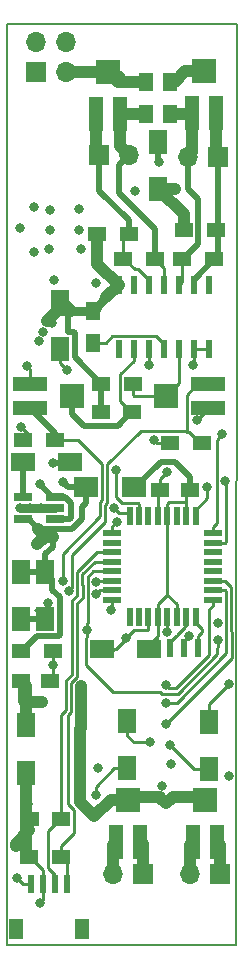
<source format=gbr>
G04 #@! TF.GenerationSoftware,KiCad,Pcbnew,5.0.2-bee76a0~70~ubuntu18.04.1*
G04 #@! TF.CreationDate,2019-12-03T11:06:18+01:00*
G04 #@! TF.ProjectId,instrumnet,696e7374-7275-46d6-9e65-742e6b696361,rev?*
G04 #@! TF.SameCoordinates,Original*
G04 #@! TF.FileFunction,Copper,L1,Top*
G04 #@! TF.FilePolarity,Positive*
%FSLAX46Y46*%
G04 Gerber Fmt 4.6, Leading zero omitted, Abs format (unit mm)*
G04 Created by KiCad (PCBNEW 5.0.2-bee76a0~70~ubuntu18.04.1) date Tue 03 Dec 2019 11:06:18 AM CET*
%MOMM*%
%LPD*%
G01*
G04 APERTURE LIST*
G04 #@! TA.AperFunction,NonConductor*
%ADD10C,0.150000*%
G04 #@! TD*
G04 #@! TA.AperFunction,SMDPad,CuDef*
%ADD11R,1.500000X1.250000*%
G04 #@! TD*
G04 #@! TA.AperFunction,SMDPad,CuDef*
%ADD12R,1.600000X2.000000*%
G04 #@! TD*
G04 #@! TA.AperFunction,SMDPad,CuDef*
%ADD13R,2.000000X1.600000*%
G04 #@! TD*
G04 #@! TA.AperFunction,SMDPad,CuDef*
%ADD14R,1.500000X1.300000*%
G04 #@! TD*
G04 #@! TA.AperFunction,SMDPad,CuDef*
%ADD15R,1.300000X1.500000*%
G04 #@! TD*
G04 #@! TA.AperFunction,SMDPad,CuDef*
%ADD16R,2.000000X2.000000*%
G04 #@! TD*
G04 #@! TA.AperFunction,SMDPad,CuDef*
%ADD17R,1.200000X3.000000*%
G04 #@! TD*
G04 #@! TA.AperFunction,ComponentPad*
%ADD18R,1.700000X1.700000*%
G04 #@! TD*
G04 #@! TA.AperFunction,ComponentPad*
%ADD19O,1.700000X1.700000*%
G04 #@! TD*
G04 #@! TA.AperFunction,SMDPad,CuDef*
%ADD20R,2.000000X1.700000*%
G04 #@! TD*
G04 #@! TA.AperFunction,SMDPad,CuDef*
%ADD21R,0.500000X1.500000*%
G04 #@! TD*
G04 #@! TA.AperFunction,SMDPad,CuDef*
%ADD22R,0.600000X1.550000*%
G04 #@! TD*
G04 #@! TA.AperFunction,SMDPad,CuDef*
%ADD23R,1.200000X1.800000*%
G04 #@! TD*
G04 #@! TA.AperFunction,SMDPad,CuDef*
%ADD24R,1.600000X0.550000*%
G04 #@! TD*
G04 #@! TA.AperFunction,SMDPad,CuDef*
%ADD25R,0.550000X1.600000*%
G04 #@! TD*
G04 #@! TA.AperFunction,SMDPad,CuDef*
%ADD26R,1.560000X0.650000*%
G04 #@! TD*
G04 #@! TA.AperFunction,SMDPad,CuDef*
%ADD27R,3.000000X1.200000*%
G04 #@! TD*
G04 #@! TA.AperFunction,SMDPad,CuDef*
%ADD28R,0.600000X1.500000*%
G04 #@! TD*
G04 #@! TA.AperFunction,ViaPad*
%ADD29C,0.800000*%
G04 #@! TD*
G04 #@! TA.AperFunction,Conductor*
%ADD30C,0.250000*%
G04 #@! TD*
G04 #@! TA.AperFunction,Conductor*
%ADD31C,1.000000*%
G04 #@! TD*
G04 #@! TA.AperFunction,Conductor*
%ADD32C,0.500000*%
G04 #@! TD*
G04 #@! TA.AperFunction,Conductor*
%ADD33C,0.750000*%
G04 #@! TD*
G04 APERTURE END LIST*
D10*
X125000000Y-64000000D02*
X144500000Y-64000000D01*
X125000000Y-142000000D02*
X125000000Y-64000000D01*
X144400000Y-142000000D02*
X125000000Y-142000000D01*
X144500000Y-64000000D02*
X144400000Y-142000000D01*
D11*
G04 #@! TO.P,C13,2*
G04 #@! TO.N,GND*
X138000000Y-103500000D03*
G04 #@! TO.P,C13,1*
G04 #@! TO.N,Net-(C13-Pad1)*
X140500000Y-103500000D03*
G04 #@! TD*
D12*
G04 #@! TO.P,C12,1*
G04 #@! TO.N,+3V3*
X126600000Y-127400000D03*
G04 #@! TO.P,C12,2*
G04 #@! TO.N,GND*
X126600000Y-123400000D03*
G04 #@! TD*
D13*
G04 #@! TO.P,C14,2*
G04 #@! TO.N,GND*
X133040000Y-116930000D03*
G04 #@! TO.P,C14,1*
G04 #@! TO.N,Net-(C13-Pad1)*
X137040000Y-116930000D03*
G04 #@! TD*
D12*
G04 #@! TO.P,C7,1*
G04 #@! TO.N,+3V3*
X126190000Y-110400000D03*
G04 #@! TO.P,C7,2*
G04 #@! TO.N,GND*
X126190000Y-114400000D03*
G04 #@! TD*
G04 #@! TO.P,C10,2*
G04 #@! TO.N,GND*
X129500000Y-91540000D03*
G04 #@! TO.P,C10,1*
G04 #@! TO.N,+5V*
X129500000Y-87540000D03*
G04 #@! TD*
G04 #@! TO.P,C9,1*
G04 #@! TO.N,+5V*
X137830000Y-77970000D03*
G04 #@! TO.P,C9,2*
G04 #@! TO.N,GND*
X137830000Y-73970000D03*
G04 #@! TD*
G04 #@! TO.P,C6,1*
G04 #@! TO.N,+3V3*
X128250000Y-110420000D03*
G04 #@! TO.P,C6,2*
G04 #@! TO.N,GND*
X128250000Y-114420000D03*
G04 #@! TD*
D13*
G04 #@! TO.P,C5,2*
G04 #@! TO.N,GND*
X130380000Y-101110000D03*
G04 #@! TO.P,C5,1*
G04 #@! TO.N,Net-(C5-Pad1)*
X126380000Y-101110000D03*
G04 #@! TD*
D12*
G04 #@! TO.P,C4,1*
G04 #@! TO.N,Net-(C4-Pad1)*
X142090000Y-127110000D03*
G04 #@! TO.P,C4,2*
G04 #@! TO.N,Net-(C4-Pad2)*
X142090000Y-123110000D03*
G04 #@! TD*
G04 #@! TO.P,C3,2*
G04 #@! TO.N,Net-(C3-Pad2)*
X135210000Y-123020000D03*
G04 #@! TO.P,C3,1*
G04 #@! TO.N,Net-(C3-Pad1)*
X135210000Y-127020000D03*
G04 #@! TD*
D11*
G04 #@! TO.P,C15,2*
G04 #@! TO.N,GND*
X126180000Y-119610000D03*
G04 #@! TO.P,C15,1*
G04 #@! TO.N,reset*
X128680000Y-119610000D03*
G04 #@! TD*
D14*
G04 #@! TO.P,Ri2cSDA1,2*
G04 #@! TO.N,sda*
X129640000Y-131350000D03*
G04 #@! TO.P,Ri2cSDA1,1*
G04 #@! TO.N,+3V3*
X126940000Y-131350000D03*
G04 #@! TD*
G04 #@! TO.P,Ri2cSCL1,2*
G04 #@! TO.N,scl*
X129600000Y-134550000D03*
G04 #@! TO.P,Ri2cSCL1,1*
G04 #@! TO.N,+3V3*
X126900000Y-134550000D03*
G04 #@! TD*
G04 #@! TO.P,R14,2*
G04 #@! TO.N,reset*
X128930000Y-117110000D03*
G04 #@! TO.P,R14,1*
G04 #@! TO.N,+3V3*
X126230000Y-117110000D03*
G04 #@! TD*
G04 #@! TO.P,R1,2*
G04 #@! TO.N,txd_3v3*
X141500000Y-99500000D03*
G04 #@! TO.P,R1,1*
G04 #@! TO.N,+3V3*
X138800000Y-99500000D03*
G04 #@! TD*
G04 #@! TO.P,R2,2*
G04 #@! TO.N,rxd_3v3*
X129110000Y-99210000D03*
G04 #@! TO.P,R2,1*
G04 #@! TO.N,+3V3*
X126410000Y-99210000D03*
G04 #@! TD*
G04 #@! TO.P,R3,2*
G04 #@! TO.N,txd*
X135700000Y-94500000D03*
G04 #@! TO.P,R3,1*
G04 #@! TO.N,+5V*
X133000000Y-94500000D03*
G04 #@! TD*
G04 #@! TO.P,R4,2*
G04 #@! TO.N,rxd*
X135650000Y-96900000D03*
G04 #@! TO.P,R4,1*
G04 #@! TO.N,+5V*
X132950000Y-96900000D03*
G04 #@! TD*
G04 #@! TO.P,R6,2*
G04 #@! TO.N,/in+*
X134850000Y-83900000D03*
G04 #@! TO.P,R6,1*
G04 #@! TO.N,/in-*
X137550000Y-83900000D03*
G04 #@! TD*
G04 #@! TO.P,R7,2*
G04 #@! TO.N,/out+*
X142550000Y-83900000D03*
G04 #@! TO.P,R7,1*
G04 #@! TO.N,/out-*
X139850000Y-83900000D03*
G04 #@! TD*
D15*
G04 #@! TO.P,R5,2*
G04 #@! TO.N,Net-(R5-Pad2)*
X132330000Y-90990000D03*
G04 #@! TO.P,R5,1*
G04 #@! TO.N,+5V*
X132330000Y-88290000D03*
G04 #@! TD*
G04 #@! TO.P,R9,2*
G04 #@! TO.N,GND*
X136810000Y-68910000D03*
G04 #@! TO.P,R9,1*
G04 #@! TO.N,/in-*
X136810000Y-71610000D03*
G04 #@! TD*
D14*
G04 #@! TO.P,R10,2*
G04 #@! TO.N,/out+*
X142690000Y-81490000D03*
G04 #@! TO.P,R10,1*
G04 #@! TO.N,+5V*
X139990000Y-81490000D03*
G04 #@! TD*
D15*
G04 #@! TO.P,R11,2*
G04 #@! TO.N,GND*
X138840000Y-68910000D03*
G04 #@! TO.P,R11,1*
G04 #@! TO.N,/out-*
X138840000Y-71610000D03*
G04 #@! TD*
D14*
G04 #@! TO.P,R8,2*
G04 #@! TO.N,/in+*
X135330000Y-81780000D03*
G04 #@! TO.P,R8,1*
G04 #@! TO.N,+5V*
X132630000Y-81780000D03*
G04 #@! TD*
D16*
G04 #@! TO.P,D1,3*
G04 #@! TO.N,GND*
X135280000Y-129690000D03*
D17*
G04 #@! TO.P,D1,2*
G04 #@! TO.N,Net-(D1-Pad2)*
X136280000Y-133240000D03*
G04 #@! TO.P,D1,1*
G04 #@! TO.N,Net-(D1-Pad1)*
X134280000Y-133240000D03*
G04 #@! TD*
G04 #@! TO.P,D2,1*
G04 #@! TO.N,Net-(D2-Pad1)*
X140780000Y-133240000D03*
G04 #@! TO.P,D2,2*
G04 #@! TO.N,Net-(D2-Pad2)*
X142780000Y-133240000D03*
D16*
G04 #@! TO.P,D2,3*
G04 #@! TO.N,GND*
X141780000Y-129690000D03*
G04 #@! TD*
D18*
G04 #@! TO.P,458_IN1,1*
G04 #@! TO.N,/in+*
X132810000Y-75110000D03*
D19*
G04 #@! TO.P,458_IN1,2*
G04 #@! TO.N,/in-*
X135350000Y-75110000D03*
G04 #@! TD*
G04 #@! TO.P,485_OUT1,2*
G04 #@! TO.N,/out-*
X140380000Y-75240000D03*
D18*
G04 #@! TO.P,485_OUT1,1*
G04 #@! TO.N,/out+*
X142920000Y-75240000D03*
G04 #@! TD*
D19*
G04 #@! TO.P,J1,4*
G04 #@! TO.N,GND*
X130000000Y-65540000D03*
G04 #@! TO.P,J1,3*
X130000000Y-68080000D03*
G04 #@! TO.P,J1,2*
G04 #@! TO.N,Net-(D7-Pad1)*
X127460000Y-65540000D03*
D18*
G04 #@! TO.P,J1,1*
X127460000Y-68080000D03*
G04 #@! TD*
D20*
G04 #@! TO.P,L6,1*
G04 #@! TO.N,+3V3*
X131750000Y-103250000D03*
G04 #@! TO.P,L6,2*
G04 #@! TO.N,Net-(C13-Pad1)*
X135750000Y-103250000D03*
G04 #@! TD*
D21*
G04 #@! TO.P,Y1,3*
G04 #@! TO.N,Net-(U5-Pad7)*
X138800000Y-116827138D03*
G04 #@! TO.P,Y1,1*
G04 #@! TO.N,Net-(U5-Pad8)*
X141200000Y-116827138D03*
G04 #@! TO.P,Y1,2*
G04 #@! TO.N,GND*
X140000000Y-116827138D03*
G04 #@! TD*
D18*
G04 #@! TO.P,J3,1*
G04 #@! TO.N,Net-(D2-Pad2)*
X143040000Y-136000000D03*
D19*
G04 #@! TO.P,J3,2*
G04 #@! TO.N,Net-(D2-Pad1)*
X140500000Y-136000000D03*
G04 #@! TD*
G04 #@! TO.P,J2,2*
G04 #@! TO.N,Net-(D1-Pad1)*
X133960000Y-136000000D03*
D18*
G04 #@! TO.P,J2,1*
G04 #@! TO.N,Net-(D1-Pad2)*
X136500000Y-136000000D03*
G04 #@! TD*
D22*
G04 #@! TO.P,J7,1*
G04 #@! TO.N,GND*
X127100000Y-136800000D03*
G04 #@! TO.P,J7,2*
G04 #@! TO.N,+3V3*
X128100000Y-136800000D03*
G04 #@! TO.P,J7,3*
G04 #@! TO.N,sda*
X129100000Y-136800000D03*
G04 #@! TO.P,J7,4*
G04 #@! TO.N,scl*
X130100000Y-136800000D03*
D23*
G04 #@! TO.P,J7,MP*
G04 #@! TO.N,N/C*
X125800000Y-140675000D03*
X131400000Y-140675000D03*
G04 #@! TD*
D24*
G04 #@! TO.P,U5,32*
G04 #@! TO.N,led*
X133950000Y-112750000D03*
G04 #@! TO.P,U5,31*
G04 #@! TO.N,txd_3v3*
X133950000Y-111950000D03*
G04 #@! TO.P,U5,30*
G04 #@! TO.N,rxd_3v3*
X133950000Y-111150000D03*
G04 #@! TO.P,U5,29*
G04 #@! TO.N,reset*
X133950000Y-110350000D03*
G04 #@! TO.P,U5,28*
G04 #@! TO.N,scl*
X133950000Y-109550000D03*
G04 #@! TO.P,U5,27*
G04 #@! TO.N,sda*
X133950000Y-108750000D03*
G04 #@! TO.P,U5,26*
G04 #@! TO.N,Net-(U5-Pad26)*
X133950000Y-107950000D03*
G04 #@! TO.P,U5,25*
G04 #@! TO.N,Net-(TP4-Pad1)*
X133950000Y-107150000D03*
D25*
G04 #@! TO.P,U5,24*
G04 #@! TO.N,Net-(TP3-Pad1)*
X135400000Y-105700000D03*
G04 #@! TO.P,U5,23*
G04 #@! TO.N,Net-(TP2-Pad1)*
X136200000Y-105700000D03*
G04 #@! TO.P,U5,22*
G04 #@! TO.N,Net-(U5-Pad22)*
X137000000Y-105700000D03*
G04 #@! TO.P,U5,21*
G04 #@! TO.N,GND*
X137800000Y-105700000D03*
G04 #@! TO.P,U5,20*
G04 #@! TO.N,Net-(C13-Pad1)*
X138600000Y-105700000D03*
G04 #@! TO.P,U5,19*
G04 #@! TO.N,Net-(U5-Pad19)*
X139400000Y-105700000D03*
G04 #@! TO.P,U5,18*
G04 #@! TO.N,Net-(C13-Pad1)*
X140200000Y-105700000D03*
G04 #@! TO.P,U5,17*
G04 #@! TO.N,sck*
X141000000Y-105700000D03*
D24*
G04 #@! TO.P,U5,16*
G04 #@! TO.N,miso*
X142450000Y-107150000D03*
G04 #@! TO.P,U5,15*
G04 #@! TO.N,mosi*
X142450000Y-107950000D03*
G04 #@! TO.P,U5,14*
G04 #@! TO.N,Net-(U5-Pad14)*
X142450000Y-108750000D03*
G04 #@! TO.P,U5,13*
G04 #@! TO.N,Net-(U5-Pad13)*
X142450000Y-109550000D03*
G04 #@! TO.P,U5,12*
G04 #@! TO.N,Net-(U5-Pad12)*
X142450000Y-110350000D03*
G04 #@! TO.P,U5,11*
G04 #@! TO.N,cs_1*
X142450000Y-111150000D03*
G04 #@! TO.P,U5,10*
G04 #@! TO.N,cs_0*
X142450000Y-111950000D03*
G04 #@! TO.P,U5,9*
G04 #@! TO.N,do*
X142450000Y-112750000D03*
D25*
G04 #@! TO.P,U5,8*
G04 #@! TO.N,Net-(U5-Pad8)*
X141000000Y-114200000D03*
G04 #@! TO.P,U5,7*
G04 #@! TO.N,Net-(U5-Pad7)*
X140200000Y-114200000D03*
G04 #@! TO.P,U5,6*
G04 #@! TO.N,Net-(C13-Pad1)*
X139400000Y-114200000D03*
G04 #@! TO.P,U5,5*
G04 #@! TO.N,GND*
X138600000Y-114200000D03*
G04 #@! TO.P,U5,4*
G04 #@! TO.N,Net-(C13-Pad1)*
X137800000Y-114200000D03*
G04 #@! TO.P,U5,3*
G04 #@! TO.N,GND*
X137000000Y-114200000D03*
G04 #@! TO.P,U5,2*
G04 #@! TO.N,Net-(U5-Pad2)*
X136200000Y-114200000D03*
G04 #@! TO.P,U5,1*
G04 #@! TO.N,Net-(U5-Pad1)*
X135400000Y-114200000D03*
G04 #@! TD*
D26*
G04 #@! TO.P,U1,1*
G04 #@! TO.N,+5V*
X129100000Y-105950000D03*
G04 #@! TO.P,U1,2*
G04 #@! TO.N,GND*
X129100000Y-105000000D03*
G04 #@! TO.P,U1,3*
G04 #@! TO.N,+5V*
X129100000Y-104050000D03*
G04 #@! TO.P,U1,4*
G04 #@! TO.N,Net-(C5-Pad1)*
X126400000Y-104050000D03*
G04 #@! TO.P,U1,5*
G04 #@! TO.N,+3V3*
X126400000Y-105950000D03*
G04 #@! TD*
D16*
G04 #@! TO.P,Q2,3*
G04 #@! TO.N,rxd*
X130500000Y-95500000D03*
D27*
G04 #@! TO.P,Q2,2*
G04 #@! TO.N,rxd_3v3*
X126950000Y-96500000D03*
G04 #@! TO.P,Q2,1*
G04 #@! TO.N,+3V3*
X126950000Y-94500000D03*
G04 #@! TD*
G04 #@! TO.P,Q1,1*
G04 #@! TO.N,+3V3*
X142050000Y-96500000D03*
G04 #@! TO.P,Q1,2*
G04 #@! TO.N,txd_3v3*
X142050000Y-94500000D03*
D16*
G04 #@! TO.P,Q1,3*
G04 #@! TO.N,txd*
X138500000Y-95500000D03*
G04 #@! TD*
D28*
G04 #@! TO.P,U4,14*
G04 #@! TO.N,+5V*
X134480000Y-86150000D03*
G04 #@! TO.P,U4,13*
G04 #@! TO.N,Net-(U4-Pad13)*
X135750000Y-86150000D03*
G04 #@! TO.P,U4,12*
G04 #@! TO.N,/in+*
X137020000Y-86150000D03*
G04 #@! TO.P,U4,11*
G04 #@! TO.N,/in-*
X138290000Y-86150000D03*
G04 #@! TO.P,U4,10*
G04 #@! TO.N,/out-*
X139560000Y-86150000D03*
G04 #@! TO.P,U4,9*
G04 #@! TO.N,/out+*
X140830000Y-86150000D03*
G04 #@! TO.P,U4,8*
G04 #@! TO.N,N/C*
X142100000Y-86150000D03*
G04 #@! TO.P,U4,7*
G04 #@! TO.N,GND*
X142100000Y-91550000D03*
G04 #@! TO.P,U4,6*
X140830000Y-91550000D03*
G04 #@! TO.P,U4,5*
G04 #@! TO.N,txd*
X139560000Y-91550000D03*
G04 #@! TO.P,U4,4*
G04 #@! TO.N,Net-(R5-Pad2)*
X138290000Y-91550000D03*
G04 #@! TO.P,U4,3*
G04 #@! TO.N,GND*
X137020000Y-91550000D03*
G04 #@! TO.P,U4,2*
G04 #@! TO.N,rxd*
X135750000Y-91550000D03*
G04 #@! TO.P,U4,1*
G04 #@! TO.N,Net-(U4-Pad1)*
X134480000Y-91550000D03*
G04 #@! TD*
D16*
G04 #@! TO.P,D6,3*
G04 #@! TO.N,GND*
X133560000Y-68060000D03*
D17*
G04 #@! TO.P,D6,2*
G04 #@! TO.N,/in-*
X134560000Y-71610000D03*
G04 #@! TO.P,D6,1*
G04 #@! TO.N,/in+*
X132560000Y-71610000D03*
G04 #@! TD*
G04 #@! TO.P,D8,1*
G04 #@! TO.N,/out-*
X140730000Y-71580000D03*
G04 #@! TO.P,D8,2*
G04 #@! TO.N,/out+*
X142730000Y-71580000D03*
D16*
G04 #@! TO.P,D8,3*
G04 #@! TO.N,GND*
X141730000Y-68030000D03*
G04 #@! TD*
D29*
G04 #@! TO.N,GND*
X138589855Y-101975010D03*
X125850000Y-136300000D03*
X142859849Y-114710000D03*
X135115000Y-116010000D03*
X137090000Y-92920000D03*
X140780000Y-92870000D03*
X135420000Y-68910000D03*
X140090000Y-68030000D03*
X138110000Y-128550000D03*
X138500009Y-130000008D03*
X138610000Y-115477136D03*
X131100000Y-81500000D03*
X128630000Y-81500000D03*
X128572875Y-83077214D03*
X128700010Y-79759758D03*
X127350000Y-79544998D03*
X127300000Y-83295002D03*
X131270000Y-83030000D03*
X131141408Y-79717897D03*
X126090000Y-105000000D03*
X126990000Y-105010000D03*
X127900000Y-105000000D03*
X126087050Y-81266858D03*
X143825000Y-127649998D03*
X128495403Y-113036994D03*
X135890000Y-78150000D03*
X137920000Y-75680000D03*
X140417390Y-115800860D03*
X128016000Y-121412000D03*
X128900010Y-101200000D03*
X129000000Y-85700000D03*
X130100000Y-93300000D03*
X131300000Y-123600000D03*
X132430000Y-131080000D03*
X131310000Y-120110000D03*
G04 #@! TO.N,+3V3*
X141120000Y-97570000D03*
X137430000Y-99200000D03*
X138950000Y-126660000D03*
X126180000Y-98120000D03*
X132700000Y-127050000D03*
X128900000Y-107420000D03*
X129730000Y-102800000D03*
X127862000Y-138412000D03*
X126840000Y-130060000D03*
X125775000Y-133586000D03*
X126699990Y-92964999D03*
X127680000Y-106775000D03*
X127560000Y-108080000D03*
G04 #@! TO.N,+5V*
X139280000Y-77960000D03*
X133450000Y-87170000D03*
X132570000Y-85950000D03*
X128800000Y-89300000D03*
X132630000Y-84300000D03*
X127800000Y-103000000D03*
X127700000Y-90900000D03*
X128100000Y-90100000D03*
G04 #@! TO.N,Net-(C4-Pad2)*
X143823515Y-119869562D03*
G04 #@! TO.N,Net-(C4-Pad1)*
X138800000Y-125080000D03*
G04 #@! TO.N,Net-(C3-Pad2)*
X137140002Y-124850000D03*
G04 #@! TO.N,Net-(C3-Pad1)*
X132545010Y-129290000D03*
G04 #@! TO.N,rxd_3v3*
X129725447Y-111188387D03*
X132589221Y-111248571D03*
G04 #@! TO.N,txd_3v3*
X130243232Y-112045842D03*
X132593265Y-112250000D03*
G04 #@! TO.N,do*
X138500000Y-120000000D03*
G04 #@! TO.N,cs_1*
X138500000Y-123250000D03*
G04 #@! TO.N,cs_0*
X138500000Y-121500000D03*
G04 #@! TO.N,sck*
X142000000Y-103250000D03*
G04 #@! TO.N,miso*
X143250000Y-98750000D03*
G04 #@! TO.N,mosi*
X143500000Y-102750000D03*
G04 #@! TO.N,reset*
X131820000Y-115320000D03*
X142864135Y-116210245D03*
X128890000Y-118250000D03*
G04 #@! TO.N,Net-(TP4-Pad1)*
X134348801Y-106158752D03*
G04 #@! TO.N,Net-(TP3-Pad1)*
X134077813Y-105021443D03*
G04 #@! TO.N,Net-(TP2-Pad1)*
X134250022Y-101739827D03*
G04 #@! TO.N,led*
X133840000Y-113620000D03*
G04 #@! TD*
D30*
G04 #@! TO.N,GND*
X137800000Y-103700000D02*
X138000000Y-103500000D01*
X137800000Y-105700000D02*
X137800000Y-103700000D01*
X138000000Y-103500000D02*
X138000000Y-102564865D01*
X138189856Y-102375009D02*
X138589855Y-101975010D01*
X138000000Y-102564865D02*
X138189856Y-102375009D01*
X136924999Y-115325001D02*
X137000000Y-115250000D01*
X135799999Y-115325001D02*
X136924999Y-115325001D01*
X137000000Y-115250000D02*
X137000000Y-114200000D01*
X127100000Y-136800000D02*
X126350000Y-136800000D01*
X126350000Y-136800000D02*
X125850000Y-136300000D01*
X128440000Y-113650000D02*
X127360000Y-113650000D01*
X134000000Y-117000000D02*
X134125000Y-117000000D01*
X135115000Y-116010000D02*
X135799999Y-115325001D01*
X142100000Y-91550000D02*
X140830000Y-91550000D01*
X137020000Y-91550000D02*
X137020000Y-92850000D01*
X137020000Y-92850000D02*
X137090000Y-92920000D01*
X140830000Y-91550000D02*
X140830000Y-92820000D01*
X140830000Y-92820000D02*
X140780000Y-92870000D01*
X138360000Y-68910000D02*
X138840000Y-68910000D01*
X136810000Y-68910000D02*
X136810000Y-69010000D01*
X136810000Y-68910000D02*
X135420000Y-68910000D01*
X135420000Y-68910000D02*
X134410000Y-68910000D01*
D31*
X139050017Y-129450000D02*
X138900008Y-129600009D01*
X137950001Y-129450000D02*
X138100010Y-129600009D01*
X141750000Y-129450000D02*
X139050017Y-129450000D01*
X138100010Y-129600009D02*
X138500009Y-130000008D01*
X138900008Y-129600009D02*
X138500009Y-130000008D01*
X135250000Y-129450000D02*
X137950001Y-129450000D01*
D30*
X138600000Y-114200000D02*
X138600000Y-115467136D01*
X138600000Y-115467136D02*
X138610000Y-115477136D01*
D32*
X131100000Y-79759305D02*
X131141408Y-79717897D01*
X129100000Y-105000000D02*
X127900000Y-105000000D01*
D33*
X129100000Y-105000000D02*
X126090000Y-105000000D01*
D30*
X126190000Y-113775000D02*
X126190000Y-113650000D01*
X134290000Y-116930000D02*
X135115000Y-116105000D01*
X135115000Y-116105000D02*
X135115000Y-116010000D01*
X133040000Y-116930000D02*
X134290000Y-116930000D01*
D32*
X128230000Y-114400000D02*
X128250000Y-114420000D01*
X126190000Y-114400000D02*
X128230000Y-114400000D01*
X128495403Y-114174597D02*
X128495403Y-113602679D01*
X128250000Y-114420000D02*
X128495403Y-114174597D01*
X128495403Y-113602679D02*
X128495403Y-113036994D01*
X126180000Y-121430000D02*
X126390000Y-121640000D01*
X126180000Y-119610000D02*
X126180000Y-121430000D01*
X137830000Y-73970000D02*
X137830000Y-75590000D01*
X137830000Y-75590000D02*
X137920000Y-75680000D01*
D31*
X130020000Y-68060000D02*
X130000000Y-68080000D01*
X133560000Y-68060000D02*
X130020000Y-68060000D01*
X134010000Y-68060000D02*
X134570000Y-68620000D01*
X133560000Y-68060000D02*
X134010000Y-68060000D01*
X134410000Y-68910000D02*
X133560000Y-68060000D01*
X136810000Y-68910000D02*
X134410000Y-68910000D01*
X139210000Y-68910000D02*
X140090000Y-68030000D01*
X138840000Y-68910000D02*
X139210000Y-68910000D01*
X140090000Y-68030000D02*
X141730000Y-68030000D01*
D30*
X140000000Y-116218250D02*
X140417390Y-115800860D01*
X140000000Y-116827138D02*
X140000000Y-116218250D01*
X126390000Y-121640000D02*
X127788000Y-121640000D01*
X127788000Y-121640000D02*
X128016000Y-121412000D01*
D32*
X130290000Y-101200000D02*
X129465695Y-101200000D01*
X130380000Y-101110000D02*
X130290000Y-101200000D01*
D30*
X129500000Y-90790000D02*
X129500000Y-90895695D01*
X129401492Y-90994203D02*
X128950571Y-90994203D01*
D32*
X129465695Y-101200000D02*
X128900010Y-101200000D01*
D30*
X129500000Y-90895695D02*
X129401492Y-90994203D01*
X129500000Y-91540000D02*
X129500000Y-92700000D01*
X129500000Y-92700000D02*
X130100000Y-93300000D01*
D31*
X126600000Y-120030000D02*
X126180000Y-119610000D01*
X126698000Y-121412000D02*
X128016000Y-121412000D01*
X126600000Y-121510000D02*
X126698000Y-121412000D01*
X126600000Y-123400000D02*
X126600000Y-121510000D01*
X126600000Y-121510000D02*
X126600000Y-120030000D01*
D32*
X133780000Y-129690000D02*
X132730000Y-130740000D01*
X135280000Y-129690000D02*
X133780000Y-129690000D01*
X132730000Y-130740000D02*
X132080000Y-130740000D01*
X132080000Y-130740000D02*
X131230000Y-129890000D01*
D31*
X131230000Y-129890000D02*
X131230000Y-128030000D01*
X131230000Y-128030000D02*
X131230000Y-123670000D01*
X131230000Y-123670000D02*
X131300000Y-123600000D01*
X133820000Y-129690000D02*
X132430000Y-131080000D01*
X135280000Y-129690000D02*
X133820000Y-129690000D01*
X131240000Y-129890000D02*
X132430000Y-131080000D01*
X131230000Y-129890000D02*
X131240000Y-129890000D01*
X131300000Y-120120000D02*
X131310000Y-120110000D01*
X131300000Y-123600000D02*
X131300000Y-120120000D01*
D30*
G04 #@! TO.N,+3V3*
X127000000Y-134550000D02*
X126900000Y-134550000D01*
X128100000Y-135650000D02*
X127000000Y-134550000D01*
X128100000Y-136800000D02*
X128100000Y-135650000D01*
X126850000Y-132250000D02*
X126900000Y-132300000D01*
X142050000Y-96500000D02*
X142050000Y-96640000D01*
X142050000Y-96640000D02*
X141120000Y-97570000D01*
X137730000Y-99500000D02*
X137430000Y-99200000D01*
X138800000Y-99500000D02*
X137730000Y-99500000D01*
X126850000Y-130050000D02*
X126850000Y-131180000D01*
X126850000Y-131180000D02*
X126850000Y-132250000D01*
X126800000Y-99500000D02*
X126800000Y-98740000D01*
X126800000Y-98740000D02*
X126180000Y-98120000D01*
D32*
X131750000Y-104600000D02*
X131400000Y-104950000D01*
X131750000Y-103250000D02*
X131750000Y-104600000D01*
X131400000Y-104950000D02*
X131400000Y-105910000D01*
X126855000Y-105950000D02*
X126400000Y-105950000D01*
X127680000Y-106775000D02*
X126855000Y-105950000D01*
X131400000Y-105910000D02*
X130535000Y-106775000D01*
X128250000Y-110420000D02*
X128250000Y-108920000D01*
X128250000Y-108920000D02*
X128900000Y-108270000D01*
X130535000Y-106775000D02*
X128900000Y-106775000D01*
X128900000Y-106775000D02*
X127680000Y-106775000D01*
X128900000Y-108270000D02*
X128900000Y-107420000D01*
X128900000Y-107420000D02*
X128900000Y-106775000D01*
X128230000Y-110400000D02*
X128250000Y-110420000D01*
X126190000Y-110400000D02*
X128230000Y-110400000D01*
X129500001Y-113059999D02*
X129480000Y-113039998D01*
X129500001Y-115780001D02*
X129500001Y-113059999D01*
X129410001Y-115870001D02*
X129500001Y-115780001D01*
X127569999Y-115870001D02*
X129410001Y-115870001D01*
X126230000Y-117110000D02*
X126330000Y-117110000D01*
X126330000Y-117110000D02*
X127569999Y-115870001D01*
X129480000Y-112540612D02*
X128875446Y-111936058D01*
X129480000Y-113039998D02*
X129480000Y-112540612D01*
X128875446Y-111936058D02*
X128875446Y-111045446D01*
X128875446Y-111045446D02*
X128250000Y-110420000D01*
X131750000Y-103250000D02*
X130180000Y-103250000D01*
X130180000Y-103250000D02*
X129730000Y-102800000D01*
D30*
X128100000Y-136800000D02*
X128100000Y-138174000D01*
X128100000Y-138174000D02*
X127862000Y-138412000D01*
X126900000Y-133586000D02*
X125775000Y-133586000D01*
X126900000Y-134550000D02*
X126900000Y-133586000D01*
X126900000Y-133586000D02*
X126900000Y-132300000D01*
X126950000Y-93215009D02*
X126699990Y-92964999D01*
X126950000Y-94500000D02*
X126950000Y-93215009D01*
D31*
X126600000Y-134250000D02*
X126900000Y-134550000D01*
X126600000Y-127400000D02*
X126600000Y-134250000D01*
X125775000Y-133425000D02*
X126900000Y-132300000D01*
X125775000Y-133586000D02*
X125775000Y-133425000D01*
X128900000Y-107420000D02*
X128325000Y-107420000D01*
X128325000Y-107420000D02*
X127680000Y-106775000D01*
X128900000Y-107420000D02*
X128220000Y-107420000D01*
X128220000Y-107420000D02*
X127560000Y-108080000D01*
D30*
G04 #@! TO.N,+5V*
X132330000Y-88290000D02*
X130930000Y-88290000D01*
X130930000Y-88290000D02*
X129500000Y-88290000D01*
D33*
X132330000Y-88290000D02*
X131030000Y-88290000D01*
X131030000Y-88290000D02*
X129500000Y-88290000D01*
X133000000Y-94500000D02*
X133000000Y-94610000D01*
D31*
X137840000Y-77960000D02*
X137830000Y-77970000D01*
X139280000Y-77960000D02*
X137840000Y-77960000D01*
X139990000Y-80130000D02*
X137830000Y-77970000D01*
X139990000Y-81490000D02*
X139990000Y-80130000D01*
X132570000Y-88050000D02*
X132330000Y-88290000D01*
X134470000Y-86150000D02*
X133450000Y-87170000D01*
X134480000Y-86150000D02*
X134470000Y-86150000D01*
D33*
X133450000Y-87170000D02*
X132330000Y-88290000D01*
D31*
X129660000Y-87540000D02*
X130410000Y-88290000D01*
X129500000Y-87540000D02*
X129660000Y-87540000D01*
X129500000Y-87540000D02*
X129500000Y-88090002D01*
X129500000Y-88090002D02*
X128430002Y-89160000D01*
D32*
X129930000Y-104050000D02*
X130440000Y-104560000D01*
X129100000Y-104050000D02*
X129930000Y-104050000D01*
X130440000Y-104560000D02*
X130440000Y-105880036D01*
X130440000Y-105880036D02*
X130370036Y-105950000D01*
X130370036Y-105950000D02*
X129100000Y-105950000D01*
X128645000Y-104050000D02*
X129100000Y-104050000D01*
D31*
X132630000Y-84300000D02*
X134480000Y-86150000D01*
X132630000Y-81780000D02*
X132630000Y-84300000D01*
D32*
X129100000Y-104050000D02*
X128850000Y-104050000D01*
X128850000Y-104050000D02*
X127800000Y-103000000D01*
X130660001Y-90089999D02*
X130750001Y-90179999D01*
X130149999Y-88550001D02*
X130149999Y-90089999D01*
X130149999Y-90089999D02*
X130660001Y-90089999D01*
X130750001Y-90179999D02*
X130750001Y-92250001D01*
X130410000Y-88290000D02*
X130149999Y-88550001D01*
X130750001Y-92250001D02*
X133000000Y-94500000D01*
X133000000Y-96850000D02*
X132950000Y-96900000D01*
X133000000Y-94500000D02*
X133000000Y-96850000D01*
D30*
G04 #@! TO.N,Net-(C4-Pad2)*
X142090000Y-123110000D02*
X142090000Y-121603077D01*
X142090000Y-121603077D02*
X143823515Y-119869562D01*
G04 #@! TO.N,Net-(C4-Pad1)*
X142090000Y-127110000D02*
X140830000Y-127110000D01*
X140830000Y-127110000D02*
X138800000Y-125080000D01*
G04 #@! TO.N,Net-(C3-Pad2)*
X135790000Y-124850000D02*
X136574317Y-124850000D01*
X136574317Y-124850000D02*
X137140002Y-124850000D01*
X135210000Y-124270000D02*
X135790000Y-124850000D01*
X135210000Y-123020000D02*
X135210000Y-124270000D01*
G04 #@! TO.N,Net-(C3-Pad1)*
X132545010Y-128724315D02*
X132545010Y-129290000D01*
X132545010Y-128579990D02*
X132545010Y-128724315D01*
X134125000Y-127000000D02*
X132545010Y-128579990D01*
X134250000Y-127000000D02*
X134125000Y-127000000D01*
X134270000Y-127020000D02*
X134250000Y-127000000D01*
X135210000Y-127020000D02*
X134270000Y-127020000D01*
G04 #@! TO.N,rxd*
X135750000Y-91550000D02*
X135750000Y-92550000D01*
X134624999Y-93675001D02*
X134624999Y-95473171D01*
X135750000Y-92550000D02*
X134624999Y-93675001D01*
D32*
X130500000Y-97000000D02*
X130500000Y-95500000D01*
X131550000Y-98050000D02*
X130500000Y-97000000D01*
X134400000Y-98050000D02*
X131550000Y-98050000D01*
X135550000Y-96900000D02*
X134400000Y-98050000D01*
D30*
X134624999Y-95974999D02*
X134624999Y-95473171D01*
X135550000Y-96900000D02*
X134624999Y-95974999D01*
X135650000Y-96900000D02*
X135550000Y-96900000D01*
G04 #@! TO.N,txd*
X135700000Y-95400000D02*
X135700000Y-94500000D01*
X135800000Y-95500000D02*
X135700000Y-95400000D01*
X138500000Y-95500000D02*
X135800000Y-95500000D01*
X139560000Y-94440000D02*
X138500000Y-95500000D01*
X139560000Y-91550000D02*
X139560000Y-94440000D01*
G04 #@! TO.N,rxd_3v3*
X129500000Y-99500000D02*
X129600000Y-99500000D01*
X132687792Y-111150000D02*
X132589221Y-111248571D01*
X133950000Y-111150000D02*
X132687792Y-111150000D01*
X130110000Y-99210000D02*
X129110000Y-99210000D01*
X133075001Y-101275001D02*
X131010000Y-99210000D01*
X133075001Y-104314840D02*
X133075001Y-101275001D01*
X131010000Y-99210000D02*
X130110000Y-99210000D01*
X132902800Y-104487041D02*
X133075001Y-104314840D01*
X129725447Y-108888142D02*
X132902800Y-105710789D01*
X129725447Y-111188387D02*
X129725447Y-108888142D01*
X132902800Y-105710789D02*
X132902800Y-104487041D01*
D32*
X129110000Y-98660000D02*
X126950000Y-96500000D01*
X129110000Y-99210000D02*
X129110000Y-98660000D01*
D30*
G04 #@! TO.N,txd_3v3*
X141500000Y-99500000D02*
X141400000Y-99500000D01*
X141400000Y-99500000D02*
X140424999Y-98524999D01*
X140224999Y-95425001D02*
X140224999Y-98499998D01*
X140224999Y-98499998D02*
X140250000Y-98524999D01*
X142050000Y-94500000D02*
X141150000Y-94500000D01*
X140424999Y-98524999D02*
X140250000Y-98524999D01*
X141150000Y-94500000D02*
X140224999Y-95425001D01*
X133950000Y-111950000D02*
X132893265Y-111950000D01*
X132893265Y-111950000D02*
X132593265Y-112250000D01*
X133352811Y-106147189D02*
X130500000Y-109000000D01*
X133352811Y-104718602D02*
X133352811Y-106147189D01*
X140250000Y-98524999D02*
X140199999Y-98474998D01*
X130500000Y-109000000D02*
X130500000Y-111789074D01*
X133525012Y-101291984D02*
X133525012Y-104546401D01*
X130500000Y-111789074D02*
X130243232Y-112045842D01*
X133525012Y-104546401D02*
X133352811Y-104718602D01*
X140199999Y-98474998D02*
X136341998Y-98474998D01*
X136341998Y-98474998D02*
X133525012Y-101291984D01*
G04 #@! TO.N,Net-(R5-Pad2)*
X138290000Y-91100000D02*
X138290000Y-91550000D01*
X133404998Y-90990000D02*
X133919999Y-90474999D01*
X133919999Y-90474999D02*
X137664999Y-90474999D01*
X137664999Y-90474999D02*
X138290000Y-91100000D01*
X132330000Y-90990000D02*
X133404998Y-90990000D01*
D32*
G04 #@! TO.N,Net-(C5-Pad1)*
X126380000Y-104030000D02*
X126400000Y-104050000D01*
X126380000Y-101110000D02*
X126380000Y-104030000D01*
D30*
X126500000Y-102250000D02*
X126500000Y-103950000D01*
X126500000Y-103950000D02*
X126400000Y-104050000D01*
G04 #@! TO.N,do*
X139000000Y-120250000D02*
X138850001Y-120250000D01*
X138750000Y-120250000D02*
X138500000Y-120000000D01*
X139000000Y-120250000D02*
X138750000Y-120250000D01*
X142450000Y-112750000D02*
X142450000Y-113275000D01*
X139343590Y-120250000D02*
X139000000Y-120250000D01*
X142134477Y-113590523D02*
X142134477Y-117459113D01*
X142134477Y-117459113D02*
X139343590Y-120250000D01*
X142450000Y-113275000D02*
X142134477Y-113590523D01*
D31*
G04 #@! TO.N,Net-(D1-Pad2)*
X136500000Y-133460000D02*
X136280000Y-133240000D01*
X136500000Y-136000000D02*
X136500000Y-133460000D01*
G04 #@! TO.N,Net-(D2-Pad2)*
X143040000Y-133500000D02*
X142780000Y-133240000D01*
X143040000Y-136000000D02*
X143040000Y-133500000D01*
D30*
G04 #@! TO.N,scl*
X130100000Y-135050000D02*
X130100000Y-136800000D01*
X129600000Y-134550000D02*
X130100000Y-135050000D01*
X130194991Y-122561420D02*
X130474989Y-122281422D01*
X130980009Y-113018478D02*
X131418244Y-112580243D01*
X131400022Y-110622800D02*
X132472822Y-109550000D01*
X130474989Y-122281422D02*
X130474989Y-119778270D01*
X129600000Y-133650000D02*
X130734989Y-132515011D01*
X129600000Y-134550000D02*
X129600000Y-133650000D01*
X132900000Y-109550000D02*
X133950000Y-109550000D01*
X130194991Y-130021732D02*
X130194991Y-122561420D01*
X130474989Y-119778270D02*
X130980009Y-119273250D01*
X131400022Y-111493219D02*
X131400022Y-110622800D01*
X132472822Y-109550000D02*
X132900000Y-109550000D01*
X131418244Y-112580243D02*
X131418244Y-111511441D01*
X131418244Y-111511441D02*
X131400022Y-111493219D01*
X130980009Y-119273250D02*
X130980009Y-113018478D01*
X130734989Y-130561730D02*
X130194991Y-130021732D01*
X130734989Y-132515011D02*
X130734989Y-130561730D01*
G04 #@! TO.N,sda*
X128524999Y-135460001D02*
X129100000Y-136035002D01*
X128524999Y-132365001D02*
X128524999Y-135460001D01*
X129540000Y-131350000D02*
X128524999Y-132365001D01*
X129100000Y-136035002D02*
X129100000Y-136800000D01*
X129640000Y-131350000D02*
X129540000Y-131350000D01*
X130500000Y-112862076D02*
X130500000Y-119116849D01*
X130024978Y-119591870D02*
X130024978Y-122095022D01*
X132636411Y-108750000D02*
X130950011Y-110436400D01*
X130968233Y-112393843D02*
X130500000Y-112862076D01*
X129600000Y-126850000D02*
X129600000Y-131400000D01*
X130950011Y-110436400D02*
X130950011Y-111679619D01*
X130024978Y-122095022D02*
X129600000Y-122520000D01*
X130950011Y-111679619D02*
X130968233Y-111697841D01*
X130500000Y-119116849D02*
X130024978Y-119591870D01*
X133950000Y-108750000D02*
X132636411Y-108750000D01*
X130968233Y-111697841D02*
X130968233Y-112393843D01*
X129600000Y-122520000D02*
X129600000Y-126850000D01*
G04 #@! TO.N,cs_1*
X144025012Y-114004893D02*
X144025012Y-111675012D01*
X144032883Y-114012720D02*
X144025012Y-114004893D01*
X144025012Y-111675012D02*
X143500000Y-111150000D01*
X144041326Y-117708674D02*
X144041326Y-116968115D01*
X143500000Y-111150000D02*
X142450000Y-111150000D01*
X144041326Y-116968115D02*
X144032883Y-114012720D01*
X138500000Y-123250000D02*
X144041326Y-117708674D01*
G04 #@! TO.N,cs_0*
X143590782Y-117315629D02*
X143590782Y-116782266D01*
X143583407Y-114200405D02*
X143575001Y-114191999D01*
X143500000Y-111950000D02*
X142450000Y-111950000D01*
X143575001Y-114191999D02*
X143575001Y-112025001D01*
X143590782Y-116782266D02*
X143583407Y-114200405D01*
X139406411Y-121500000D02*
X143590782Y-117315629D01*
X138500000Y-121500000D02*
X139406411Y-121500000D01*
X143575001Y-112025001D02*
X143500000Y-111950000D01*
G04 #@! TO.N,Net-(U5-Pad8)*
X141525000Y-115250000D02*
X141000000Y-114725000D01*
X141000000Y-114725000D02*
X141000000Y-114200000D01*
X141525000Y-115502138D02*
X141525000Y-115250000D01*
X141200000Y-115827138D02*
X141525000Y-115502138D01*
X141200000Y-116827138D02*
X141200000Y-115827138D01*
G04 #@! TO.N,Net-(U5-Pad7)*
X138800000Y-116460002D02*
X138800000Y-116827138D01*
X139424990Y-115827138D02*
X139424990Y-115823826D01*
X139300000Y-115827138D02*
X139424990Y-115827138D01*
X138800000Y-116827138D02*
X138800000Y-116327138D01*
X138800000Y-116327138D02*
X139300000Y-115827138D01*
X140012884Y-115132362D02*
X139424990Y-115720256D01*
X140200000Y-114875001D02*
X140012884Y-115132362D01*
X140200000Y-114200000D02*
X140200000Y-114875001D01*
X139424990Y-115720256D02*
X139424990Y-115827138D01*
G04 #@! TO.N,sck*
X141000000Y-105700000D02*
X141000000Y-105175000D01*
X141000000Y-105175000D02*
X142000000Y-104175000D01*
X142000000Y-104175000D02*
X142000000Y-103250000D01*
G04 #@! TO.N,miso*
X142774998Y-106300002D02*
X142774998Y-99225002D01*
X142774998Y-99225002D02*
X142850001Y-99149999D01*
X142450000Y-106625000D02*
X142774998Y-106300002D01*
X142850001Y-99149999D02*
X143250000Y-98750000D01*
X142450000Y-107150000D02*
X142450000Y-106625000D01*
G04 #@! TO.N,mosi*
X143575001Y-107874999D02*
X143575001Y-102825001D01*
X143500000Y-107950000D02*
X143575001Y-107874999D01*
X143575001Y-102825001D02*
X143500000Y-102750000D01*
X142450000Y-107950000D02*
X143500000Y-107950000D01*
G04 #@! TO.N,reset*
X131850033Y-115334282D02*
X131750000Y-115434315D01*
X128930000Y-118210000D02*
X128890000Y-118250000D01*
X128930000Y-117110000D02*
X128930000Y-118210000D01*
X128890000Y-119400000D02*
X128680000Y-119610000D01*
X128890000Y-118250000D02*
X128890000Y-119400000D01*
X131820000Y-115885685D02*
X131820000Y-115320000D01*
X131714999Y-115990686D02*
X131820000Y-115885685D01*
X131714999Y-118314999D02*
X131714999Y-115990686D01*
X133970000Y-120570000D02*
X131714999Y-118314999D01*
X137996998Y-120570000D02*
X133970000Y-120570000D01*
X142864135Y-116210245D02*
X142864135Y-116775930D01*
X142830000Y-116810065D02*
X142830000Y-117400000D01*
X138151999Y-120725001D02*
X137996998Y-120570000D01*
X142864135Y-116775930D02*
X142830000Y-116810065D01*
X142830000Y-117400000D02*
X139504999Y-120725001D01*
X139504999Y-120725001D02*
X138151999Y-120725001D01*
X131850033Y-111306819D02*
X131868255Y-111325041D01*
X131850033Y-110826963D02*
X131850033Y-111306819D01*
X132326996Y-110350000D02*
X131850033Y-110826963D01*
X131868255Y-114706060D02*
X131820000Y-114754315D01*
X131820000Y-114754315D02*
X131820000Y-115320000D01*
X133950000Y-110350000D02*
X132326996Y-110350000D01*
X131868255Y-111325041D02*
X131868255Y-114706060D01*
D31*
G04 #@! TO.N,Net-(D1-Pad1)*
X133960000Y-133560000D02*
X134280000Y-133240000D01*
X133960000Y-136000000D02*
X133960000Y-133560000D01*
G04 #@! TO.N,Net-(D2-Pad1)*
X140500000Y-133520000D02*
X140780000Y-133240000D01*
X140500000Y-136000000D02*
X140500000Y-133520000D01*
D30*
G04 #@! TO.N,Net-(TP4-Pad1)*
X133950000Y-106557553D02*
X134348801Y-106158752D01*
X133950000Y-107150000D02*
X133950000Y-106557553D01*
G04 #@! TO.N,Net-(TP3-Pad1)*
X135400000Y-105700000D02*
X135121442Y-105421442D01*
X134477812Y-105421442D02*
X134077813Y-105021443D01*
X135121442Y-105421442D02*
X134477812Y-105421442D01*
G04 #@! TO.N,Net-(TP2-Pad1)*
X136200000Y-104650000D02*
X136124999Y-104574999D01*
X136124999Y-104574999D02*
X134734817Y-104574999D01*
X134250022Y-102305512D02*
X134250022Y-101739827D01*
X136200000Y-105700000D02*
X136200000Y-104650000D01*
X134250022Y-104090204D02*
X134250022Y-102305512D01*
X134734817Y-104574999D02*
X134250022Y-104090204D01*
G04 #@! TO.N,led*
X133950000Y-112750000D02*
X133950000Y-113510000D01*
X133950000Y-113510000D02*
X133840000Y-113620000D01*
G04 #@! TO.N,/in-*
X138290000Y-84640000D02*
X137550000Y-83900000D01*
X138290000Y-86150000D02*
X138290000Y-84640000D01*
D32*
X134500001Y-75959999D02*
X134500001Y-78310001D01*
X137550000Y-81360000D02*
X137550000Y-83900000D01*
X135350000Y-75110000D02*
X134500001Y-75959999D01*
X134500001Y-78310001D02*
X137550000Y-81360000D01*
D31*
X136810000Y-71610000D02*
X134560000Y-71610000D01*
X134560000Y-74320000D02*
X135350000Y-75110000D01*
X134560000Y-71610000D02*
X134560000Y-74320000D01*
D30*
G04 #@! TO.N,/in+*
X136120000Y-84800000D02*
X135850000Y-84800000D01*
X137020000Y-85700000D02*
X136120000Y-84800000D01*
X134950000Y-83900000D02*
X134850000Y-83900000D01*
X135850000Y-84800000D02*
X134950000Y-83900000D01*
X137020000Y-86150000D02*
X137020000Y-85700000D01*
X134850000Y-81650000D02*
X134850000Y-83900000D01*
X132890000Y-75110000D02*
X132810000Y-75110000D01*
D32*
X132810000Y-76460000D02*
X132820000Y-76470000D01*
X132810000Y-75110000D02*
X132810000Y-76460000D01*
X135330000Y-80630000D02*
X135330000Y-81780000D01*
X132820000Y-78120000D02*
X135330000Y-80630000D01*
X132820000Y-76470000D02*
X132820000Y-78120000D01*
D31*
X132560000Y-74860000D02*
X132810000Y-75110000D01*
X132560000Y-71610000D02*
X132560000Y-74860000D01*
D30*
G04 #@! TO.N,/out-*
X139850000Y-85860000D02*
X139560000Y-86150000D01*
X139850000Y-83900000D02*
X139850000Y-85860000D01*
X140380000Y-75240000D02*
X140380000Y-76442081D01*
D32*
X140380000Y-75240000D02*
X140380000Y-77990000D01*
X139950000Y-83900000D02*
X139850000Y-83900000D01*
X141190001Y-78800001D02*
X141190001Y-82659999D01*
X141190001Y-82659999D02*
X139950000Y-83900000D01*
X140380000Y-77990000D02*
X141190001Y-78800001D01*
D31*
X140700000Y-71610000D02*
X140730000Y-71580000D01*
X138840000Y-71610000D02*
X140700000Y-71610000D01*
X140730000Y-74890000D02*
X140380000Y-75240000D01*
X140730000Y-71580000D02*
X140730000Y-74890000D01*
D30*
G04 #@! TO.N,/out+*
X142550000Y-83980000D02*
X142550000Y-83900000D01*
X140830000Y-85700000D02*
X142550000Y-83980000D01*
X142820000Y-81360000D02*
X142690000Y-81490000D01*
X142690000Y-83760000D02*
X142550000Y-83900000D01*
X142690000Y-81490000D02*
X142690000Y-83760000D01*
D32*
X140830000Y-85700000D02*
X140830000Y-86150000D01*
X142920000Y-83610000D02*
X140830000Y-85700000D01*
X142920000Y-75240000D02*
X142920000Y-83610000D01*
D31*
X142730000Y-75050000D02*
X142920000Y-75240000D01*
X142730000Y-71580000D02*
X142730000Y-75050000D01*
D30*
G04 #@! TO.N,Net-(C13-Pad1)*
X140500000Y-103500000D02*
X140200000Y-103800000D01*
X138750000Y-104500000D02*
X140200000Y-104500000D01*
X138600000Y-104650000D02*
X138750000Y-104500000D01*
X138600000Y-105700000D02*
X138600000Y-104650000D01*
X140200000Y-103800000D02*
X140200000Y-104500000D01*
X140200000Y-104500000D02*
X140200000Y-105700000D01*
X138600000Y-112350000D02*
X138600000Y-106750000D01*
X137800000Y-113150000D02*
X138600000Y-112350000D01*
X138600000Y-106750000D02*
X138600000Y-105700000D01*
X137800000Y-114200000D02*
X137800000Y-113150000D01*
X139400000Y-113150000D02*
X138600000Y-112350000D01*
X139400000Y-114200000D02*
X139400000Y-113150000D01*
X137800000Y-115250000D02*
X137800000Y-114200000D01*
X137800000Y-115825000D02*
X137800000Y-115250000D01*
X136625000Y-117000000D02*
X137800000Y-115825000D01*
X136500000Y-117000000D02*
X136625000Y-117000000D01*
X137040000Y-116790000D02*
X137710000Y-116120000D01*
X137040000Y-116930000D02*
X137040000Y-116790000D01*
D32*
X138050000Y-101100000D02*
X135900000Y-103250000D01*
X139225000Y-101100000D02*
X138050000Y-101100000D01*
X140500000Y-103500000D02*
X140500000Y-102375000D01*
X135900000Y-103250000D02*
X135750000Y-103250000D01*
X140500000Y-102375000D02*
X139225000Y-101100000D01*
G04 #@! TD*
M02*

</source>
